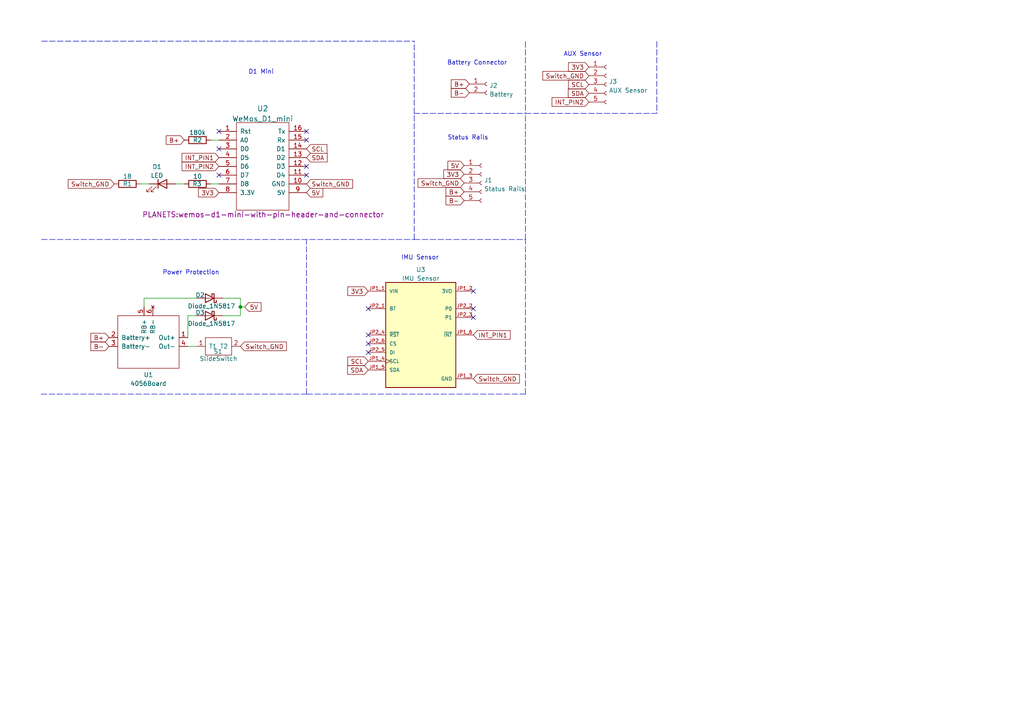
<source format=kicad_sch>
(kicad_sch (version 20211123) (generator eeschema)
  (paper "A4")
  (title_block (title "IMU-pcb") (date "2023-02-08") (rev "v1.0") (company "NASA x RIT") (comment 2 "email: ach2414@rit.edu") (comment 3 "author: Angela Hudak"))
  (lib_symbols
    (symbol "BNO085:4754" (pin_names (offset 1.016))
      (property "Reference" "U" (at -10.16 16.002 0))
      (property "Value" "4754" (at -10.16 -17.78 0))
      (symbol "4754_0_0"
        (rectangle (start -10.16 -15.24) (end 10.16 15.24) (stroke (width 0.254)) (fill (type background)))
        (pin input line (at -15.24 12.7 0) (length 5.08) (name "VIN") (number "JP1_1"))
        (pin output line (at 15.24 12.7 180) (length 5.08) (name "3VO") (number "JP1_2"))
        (pin power_in line (at 15.24 -12.7 180) (length 5.08) (name "GND") (number "JP1_3"))
        (pin bidirectional clock (at -15.24 -7.62 0) (length 5.08) (name "SCL") (number "JP1_4"))
        (pin bidirectional line (at -15.24 -10.16 0) (length 5.08) (name "SDA") (number "JP1_5"))
        (pin output line (at 15.24 0 180) (length 5.08) (name "~{INT}") (number "JP1_6"))
        (pin input line (at -15.24 7.62 0) (length 5.08) (name "BT") (number "JP2_1"))
        (pin bidirectional line (at 15.24 7.62 180) (length 5.08) (name "P0") (number "JP2_2"))
        (pin bidirectional line (at 15.24 5.08 180) (length 5.08) (name "P1") (number "JP2_3"))
        (pin input line (at -15.24 0 0) (length 5.08) (name "~{RST}") (number "JP2_4"))
        (pin input line (at -15.24 -5.08 0) (length 5.08) (name "DI") (number "JP2_5"))
        (pin input line (at -15.24 -2.54 0) (length 5.08) (name "CS") (number "JP2_6"))
      )
    )
    (symbol "Connector:Conn_01x02_Female" (pin_names (offset 1.016) hide)
      (property "Reference" "J" (at 0 2.54 0))
      (property "Value" "Conn_01x02_Female" (at 0 -5.08 0))
      (symbol "Conn_01x02_Female_1_1"
        (arc (start 0 -2.032) (mid -0.508 -2.54) (end 0 -3.048) (stroke (width 0.1524)))
        (polyline (pts (xy -1.27 -2.54) (xy -0.508 -2.54)) (stroke (width 0.1524)))
        (polyline (pts (xy -1.27 0) (xy -0.508 0)) (stroke (width 0.1524)))
        (arc (start 0 0.508) (mid -0.508 0) (end 0 -0.508) (stroke (width 0.1524)))
        (pin passive line (at -5.08 0 0) (length 3.81) (name "Pin_1") (number "1"))
        (pin passive line (at -5.08 -2.54 0) (length 3.81) (name "Pin_2") (number "2"))
      )
    )
    (symbol "Connector:Conn_01x05_Female" (pin_names (offset 1.016) hide)
      (property "Reference" "J" (at 0 7.62 0))
      (property "Value" "Conn_01x05_Female" (at 0 -7.62 0))
      (symbol "Conn_01x05_Female_1_1"
        (arc (start 0 -4.572) (mid -0.508 -5.08) (end 0 -5.588) (stroke (width 0.1524)))
        (arc (start 0 -2.032) (mid -0.508 -2.54) (end 0 -3.048) (stroke (width 0.1524)))
        (polyline (pts (xy -1.27 -5.08) (xy -0.508 -5.08)) (stroke (width 0.1524)))
        (polyline (pts (xy -1.27 -2.54) (xy -0.508 -2.54)) (stroke (width 0.1524)))
        (polyline (pts (xy -1.27 0) (xy -0.508 0)) (stroke (width 0.1524)))
        (polyline (pts (xy -1.27 2.54) (xy -0.508 2.54)) (stroke (width 0.1524)))
        (polyline (pts (xy -1.27 5.08) (xy -0.508 5.08)) (stroke (width 0.1524)))
        (arc (start 0 0.508) (mid -0.508 0) (end 0 -0.508) (stroke (width 0.1524)))
        (arc (start 0 3.048) (mid -0.508 2.54) (end 0 2.032) (stroke (width 0.1524)))
        (arc (start 0 5.588) (mid -0.508 5.08) (end 0 4.572) (stroke (width 0.1524)))
        (pin passive line (at -5.08 5.08 0) (length 3.81) (name "Pin_1") (number "1"))
        (pin passive line (at -5.08 2.54 0) (length 3.81) (name "Pin_2") (number "2"))
        (pin passive line (at -5.08 0 0) (length 3.81) (name "Pin_3") (number "3"))
        (pin passive line (at -5.08 -2.54 0) (length 3.81) (name "Pin_4") (number "4"))
        (pin passive line (at -5.08 -5.08 0) (length 3.81) (name "Pin_5") (number "5"))
      )
    )
    (symbol "Device:LED" (pin_numbers hide) (pin_names (offset 1.016) hide)
      (property "Reference" "D" (at 0 2.54 0))
      (property "Value" "LED" (at 0 -2.54 0))
      (symbol "LED_0_1"
        (polyline (pts (xy -1.27 -1.27) (xy -1.27 1.27)) (stroke (width 0.254)))
        (polyline (pts (xy -1.27 0) (xy 1.27 0)))
        (polyline (pts (xy 1.27 -1.27) (xy 1.27 1.27) (xy -1.27 0) (xy 1.27 -1.27)) (stroke (width 0.254)))
        (polyline (pts (xy -3.048 -0.762) (xy -4.572 -2.286) (xy -3.81 -2.286) (xy -4.572 -2.286) (xy -4.572 -1.524)))
        (polyline (pts (xy -1.778 -0.762) (xy -3.302 -2.286) (xy -2.54 -2.286) (xy -3.302 -2.286) (xy -3.302 -1.524)))
      )
      (symbol "LED_1_1"
        (pin passive line (at -3.81 0 0) (length 2.54) (name "K") (number "1"))
        (pin passive line (at 3.81 0 180) (length 2.54) (name "A") (number "2"))
      )
    )
    (symbol "Device:R" (pin_numbers hide) (pin_names (offset 0))
      (property "Reference" "R" (at 2.032 0 90))
      (property "Value" "R" (at 0 0 90))
      (symbol "R_0_1"
        (rectangle (start -1.016 -2.54) (end 1.016 2.54) (stroke (width 0.254)))
      )
      (symbol "R_1_1"
        (pin passive line (at 0 3.81 270) (length 1.27) (name "~") (number "1"))
        (pin passive line (at 0 -3.81 90) (length 1.27) (name "~") (number "2"))
      )
    )
    (symbol "SlimeVRLibrary:4056Board" (pin_names (offset 1.016))
      (property "Reference" "U" (at -7.62 8.89 0))
      (property "Value" "4056Board" (at 3.81 -8.89 0))
      (symbol "4056Board_0_1"
        (rectangle (start -6.35 3.81) (end -6.35 3.81))
        (polyline (pts (xy -8.89 7.62) (xy 8.89 7.62) (xy 8.89 -7.62) (xy -8.89 -7.62) (xy -8.89 7.62)))
      )
      (symbol "4056Board_1_1"
        (pin output line (at 11.43 1.27 180) (length 2.54) (name "Out+") (number "1"))
        (pin input line (at -11.43 1.27 0) (length 2.54) (name "Battery+") (number "2"))
        (pin input line (at -11.43 -1.27 0) (length 2.54) (name "Battery-") (number "3"))
        (pin output line (at 11.43 -1.27 180) (length 2.54) (name "Out-") (number "4"))
        (pin output line (at -1.27 10.16 270) (length 2.54) (name "RB+") (number "5"))
        (pin no_connect line (at 1.27 10.16 270) (length 2.54) (name "RB-") (number "6"))
      )
    )
    (symbol "SlimeVRLibrary:SlideSwitch" (pin_names (offset 1.016))
      (property "Reference" "S" (at 0 3.81 0))
      (property "Value" "SlideSwitch" (at 0 -3.81 0))
      (symbol "SlideSwitch_0_1"
        (rectangle (start -3.81 2.54) (end 3.81 -2.54))
      )
      (symbol "SlideSwitch_1_1"
        (pin input line (at 6.35 0 180) (length 2.54) (name "T1") (number "1"))
        (pin output line (at -6.35 0 0) (length 2.54) (name "T2") (number "2"))
      )
    )
    (symbol "SlimeVRMotherBoard-cache:Diode_1N5817" (pin_numbers hide) (pin_names (offset 1.016) hide)
      (property "Reference" "D" (at 0 2.54 0))
      (property "Value" "Diode_1N5817" (at 0 -2.54 0))
      (symbol "Diode_1N5817_0_1"
        (polyline (pts (xy 1.27 0) (xy -1.27 0)))
        (polyline (pts (xy 1.27 1.27) (xy 1.27 -1.27) (xy -1.27 0) (xy 1.27 1.27)) (stroke (width 0.254)))
        (polyline (pts (xy -1.905 0.635) (xy -1.905 1.27) (xy -1.27 1.27) (xy -1.27 -1.27) (xy -0.635 -1.27) (xy -0.635 -0.635)) (stroke (width 0.254)))
      )
      (symbol "Diode_1N5817_1_1"
        (pin passive line (at -3.81 0 0) (length 2.54) (name "K") (number "1"))
        (pin passive line (at 3.81 0 180) (length 2.54) (name "A") (number "2"))
      )
    )
    (symbol "wemos_mini:WeMos_D1_mini" (pin_names (offset 1.016))
      (property "Reference" "U" (at 0 12.7 0))
      (property "Value" "WeMos_D1_mini" (at 0 -12.7 0))
      (property "Datasheet" "http://www.wemos.cc/Products/d1_mini.html" (at 13.97 -17.78 0))
      (symbol "WeMos_D1_mini_0_1"
        (rectangle (start -7.62 11.43) (end 7.62 -13.97))
      )
      (symbol "WeMos_D1_mini_1_1"
        (pin bidirectional line (at -12.7 8.89 0) (length 5.08) (name "Rst") (number "1"))
        (pin power_in line (at 12.7 -6.35 180) (length 5.08) (name "GND") (number "10"))
        (pin bidirectional line (at 12.7 -3.81 180) (length 5.08) (name "D4") (number "11"))
        (pin bidirectional line (at 12.7 -1.27 180) (length 5.08) (name "D3") (number "12"))
        (pin bidirectional line (at 12.7 1.27 180) (length 5.08) (name "D2") (number "13"))
        (pin bidirectional line (at 12.7 3.81 180) (length 5.08) (name "D1") (number "14"))
        (pin bidirectional line (at 12.7 6.35 180) (length 5.08) (name "Rx") (number "15"))
        (pin bidirectional line (at 12.7 8.89 180) (length 5.08) (name "Tx") (number "16"))
        (pin bidirectional line (at -12.7 6.35 0) (length 5.08) (name "A0") (number "2"))
        (pin bidirectional line (at -12.7 3.81 0) (length 5.08) (name "D0") (number "3"))
        (pin bidirectional line (at -12.7 1.27 0) (length 5.08) (name "D5") (number "4"))
        (pin bidirectional line (at -12.7 -1.27 0) (length 5.08) (name "D6") (number "5"))
        (pin bidirectional line (at -12.7 -3.81 0) (length 5.08) (name "D7") (number "6"))
        (pin bidirectional line (at -12.7 -6.35 0) (length 5.08) (name "D8") (number "7"))
        (pin power_out line (at -12.7 -8.89 0) (length 5.08) (name "3.3V") (number "8"))
        (pin power_in line (at 12.7 -8.89 180) (length 5.08) (name "5V") (number "9"))
      )
    )
  )
  (junction (at 69.723 89.027))
  (no_connect (at 106.807 102.235))
  (no_connect (at 63.5 50.8))
  (no_connect (at 137.287 92.075))
  (no_connect (at 106.807 99.695))
  (no_connect (at 63.5 43.18))
  (no_connect (at 63.5 38.1))
  (no_connect (at 137.287 84.455))
  (no_connect (at 88.9 50.8))
  (no_connect (at 106.807 89.535))
  (no_connect (at 137.287 89.535))
  (no_connect (at 106.807 97.155))
  (no_connect (at 88.9 40.64))
  (no_connect (at 88.9 38.1))
  (no_connect (at 88.9 48.26))
  (polyline (pts (xy 152.4 114.3) (xy 152.4 69.469)))
  (polyline (pts (xy 190.5 12.065) (xy 190.5 32.893)))
  (wire (pts (xy 69.723 86.487) (xy 69.723 89.027)))
  (polyline (pts (xy 120.142 69.469) (xy 120.142 11.938)))
  (polyline (pts (xy 89.027 114.3) (xy 152.4 114.3)))
  (wire (pts (xy 41.783 86.487) (xy 57.023 86.487)))
  (wire (pts (xy 54.483 100.457) (xy 57.023 100.457)))
  (wire (pts (xy 50.927 53.34) (xy 53.467 53.34)))
  (wire (pts (xy 54.483 97.917) (xy 54.483 91.567)))
  (wire (pts (xy 69.723 89.027) (xy 70.993 89.027)))
  (wire (pts (xy 61.087 53.34) (xy 63.5 53.34)))
  (polyline (pts (xy 152.4 12.065) (xy 152.4 32.893)))
  (polyline (pts (xy 12.065 11.938) (xy 120.142 11.938)))
  (polyline (pts (xy 12.065 69.469) (xy 120.142 69.469)))
  (polyline (pts (xy 152.4 32.893) (xy 190.5 32.893)))
  (wire (pts (xy 40.767 53.34) (xy 43.307 53.34)))
  (polyline (pts (xy 11.938 114.3) (xy 88.9 114.3)))
  (wire (pts (xy 61.087 40.64) (xy 63.5 40.64)))
  (wire (pts (xy 69.723 89.027) (xy 69.723 91.567)))
  (polyline (pts (xy 120.142 32.893) (xy 152.4 32.893)))
  (wire (pts (xy 41.783 89.027) (xy 41.783 86.487)))
  (polyline (pts (xy 120.142 69.469) (xy 152.4 69.469)))
  (wire (pts (xy 64.643 86.487) (xy 69.723 86.487)))
  (polyline (pts (xy 88.9 114.3) (xy 88.9 69.469)))
  (wire (pts (xy 54.483 91.567) (xy 57.023 91.567)))
  (polyline (pts (xy 152.4 69.469) (xy 152.4 32.893)))
  (wire (pts (xy 64.643 91.567) (xy 69.723 91.567)))
  (text "Status Rails" (at 129.794 40.767 0) (effects (font (size 1.27 1.27)) (justify left bottom)))
  (text "IMU Sensor" (at 116.332 75.565 0) (effects (font (size 1.27 1.27)) (justify left bottom)))
  (text "Battery Connector" (at 129.667 19.05 0) (effects (font (size 1.27 1.27)) (justify left bottom)))
  (text "Power Protection" (at 47.117 79.883 0) (effects (font (size 1.27 1.27)) (justify left bottom)))
  (text "D1 Mini" (at 72.009 21.717 0) (effects (font (size 1.27 1.27)) (justify left bottom)))
  (text "AUX Sensor" (at 163.449 16.51 0) (effects (font (size 1.27 1.27)) (justify left bottom)))
  (global_label "SDA" (shape input) (at 88.9 45.72 0) (property "Intersheet References" "${INTERSHEET_REFS}" (effects hide)))
  (global_label "Switch_GND" (shape input) (at 170.815 21.971 180) (property "Intersheet References" "${INTERSHEET_REFS}" (effects hide)))
  (global_label "INT_PIN1" (shape input) (at 63.5 45.72 180) (property "Intersheet References" "${INTERSHEET_REFS}" (effects hide)))
  (global_label "B+" (shape input) (at 136.144 24.384 180) (property "Intersheet References" "${INTERSHEET_REFS}" (effects hide)))
  (global_label "3V3" (shape input) (at 63.5 55.88 180) (property "Intersheet References" "${INTERSHEET_REFS}" (effects hide)))
  (global_label "INT_PIN1" (shape input) (at 137.287 97.155 0) (property "Intersheet References" "${INTERSHEET_REFS}" (effects hide)))
  (global_label "SCL" (shape input) (at 88.9 43.18 0) (property "Intersheet References" "${INTERSHEET_REFS}" (effects hide)))
  (global_label "Switch_GND" (shape input) (at 33.147 53.34 180) (property "Intersheet References" "${INTERSHEET_REFS}" (effects hide)))
  (global_label "B-" (shape input) (at 134.62 58.166 180) (property "Intersheet References" "${INTERSHEET_REFS}" (effects hide)))
  (global_label "SDA" (shape input) (at 170.815 27.051 180) (property "Intersheet References" "${INTERSHEET_REFS}" (effects hide)))
  (global_label "3V3" (shape input) (at 170.815 19.431 180) (property "Intersheet References" "${INTERSHEET_REFS}" (effects hide)))
  (global_label "5V" (shape input) (at 134.62 48.006 180) (property "Intersheet References" "${INTERSHEET_REFS}" (effects hide)))
  (global_label "3V3" (shape input) (at 134.62 50.546 180) (property "Intersheet References" "${INTERSHEET_REFS}" (effects hide)))
  (global_label "SDA" (shape input) (at 106.807 107.315 180) (property "Intersheet References" "${INTERSHEET_REFS}" (effects hide)))
  (global_label "INT_PIN2" (shape input) (at 63.5 48.26 180) (property "Intersheet References" "${INTERSHEET_REFS}" (effects hide)))
  (global_label "Switch_GND" (shape input) (at 137.287 109.855 0) (property "Intersheet References" "${INTERSHEET_REFS}" (effects hide)))
  (global_label "SCL" (shape input) (at 170.815 24.511 180) (property "Intersheet References" "${INTERSHEET_REFS}" (effects hide)))
  (global_label "Switch_GND" (shape input) (at 134.62 53.086 180) (property "Intersheet References" "${INTERSHEET_REFS}" (effects hide)))
  (global_label "5V" (shape input) (at 88.9 55.88 0) (property "Intersheet References" "${INTERSHEET_REFS}" (effects hide)))
  (global_label "5V" (shape input) (at 70.993 89.027 0) (property "Intersheet References" "${INTERSHEET_REFS}" (effects hide)))
  (global_label "3V3" (shape input) (at 106.807 84.455 180) (property "Intersheet References" "${INTERSHEET_REFS}" (effects hide)))
  (global_label "Switch_GND" (shape input) (at 69.723 100.457 0) (property "Intersheet References" "${INTERSHEET_REFS}" (effects hide)))
  (global_label "Switch_GND" (shape input) (at 88.9 53.34 0) (property "Intersheet References" "${INTERSHEET_REFS}" (effects hide)))
  (global_label "INT_PIN2" (shape input) (at 170.815 29.591 180) (property "Intersheet References" "${INTERSHEET_REFS}" (effects hide)))
  (global_label "SCL" (shape input) (at 106.807 104.775 180) (property "Intersheet References" "${INTERSHEET_REFS}" (effects hide)))
  (global_label "B+" (shape input) (at 134.62 55.626 180) (property "Intersheet References" "${INTERSHEET_REFS}" (effects hide)))
  (global_label "B+" (shape input) (at 53.467 40.64 180) (property "Intersheet References" "${INTERSHEET_REFS}" (effects hide)))
  (global_label "B+" (shape input) (at 31.623 97.917 180) (property "Intersheet References" "${INTERSHEET_REFS}" (effects hide)))
  (global_label "B-" (shape input) (at 31.623 100.457 180) (property "Intersheet References" "${INTERSHEET_REFS}" (effects hide)))
  (global_label "B-" (shape input) (at 136.144 26.924 180) (property "Intersheet References" "${INTERSHEET_REFS}" (effects hide)))
  (symbol (lib_id "Connector:Conn_01x05_Female") (at 139.7 53.086 0) (unit 1)
    (property "Reference" "J1" (at 140.4112 52.2513 0) (effects (justify left)))
    (property "Value" "Status Rails" (at 140.4112 54.7882 0) (effects (justify left)))
    (property "Footprint" "PLANETS:fivePinConn" (effects hide))
  )
  (symbol (lib_id "Connector:Conn_01x02_Female") (at 141.224 24.384 0) (unit 1)
    (property "Reference" "J2" (at 141.9352 24.8193 0) (effects (justify left)))
    (property "Value" "Battery" (at 141.9352 27.3562 0) (effects (justify left)))
    (property "Footprint" "PLANETS:JST_PH_S2B-PH-K_02x2.00mm_Angled" (effects hide))
  )
  (symbol (lib_id "SlimeVRLibrary:4056Board") (at 43.053 99.187 0) (unit 1)
    (property "Reference" "U1" (at 43.053 108.7104 0))
    (property "Value" "4056Board" (at 43.053 111.2473 0))
    (property "Footprint" "PLANETS:4056Board" (effects hide))
  )
  (symbol (lib_id "wemos_mini:WeMos_D1_mini") (at 76.2 46.99 0) (unit 1)
    (property "Reference" "U2" (at 76.2 31.4759 0) (effects (font (size 1.524 1.524))))
    (property "Value" "WeMos_D1_mini" (at 76.2 34.4693 0) (effects (font (size 1.524 1.524))))
    (property "Footprint" "PLANETS:wemos-d1-mini-with-pin-header-and-connector" (at 76.327 62.23 0) (effects (font (size 1.524 1.524))))
  )
  (symbol (lib_id "Device:R") (at 36.957 53.34 90) (unit 1)
    (property "Reference" "R1" (at 36.957 53.34 90))
    (property "Value" "18" (at 36.957 51.1611 90))
    (property "Footprint" "PLANETS:18Ω" (effects hide))
  )
  (symbol (lib_id "Connector:Conn_01x05_Female") (at 175.895 24.511 0) (unit 1)
    (property "Reference" "J3" (at 176.6062 23.6763 0) (effects (justify left)))
    (property "Value" "AUX Sensor" (at 176.6062 26.2132 0) (effects (justify left)))
    (property "Footprint" "PLANETS:JST_XH_S05B-XH-A_05x2.50mm_Angled" (effects hide))
  )
  (symbol (lib_id "SlimeVRMotherBoard-cache:Diode_1N5817") (at 60.833 91.567 180) (unit 1)
    (property "Reference" "D3" (at 58.039 90.678 0))
    (property "Value" "Diode_1N5817" (at 61.341 93.853 0))
    (property "Footprint" "PLANETS:D_DO-41_SOD81_P10.16mm_Horizontal" (effects hide))
  )
  (symbol (lib_id "SlimeVRLibrary:SlideSwitch") (at 63.373 100.457 180) (unit 1)
    (property "Reference" "S1" (at 63.246 101.981 0))
    (property "Value" "SlideSwitch" (at 63.373 104.0329 0))
    (property "Footprint" "PLANETS:Wowoone_Slide_Switch_5mm" (effects hide))
  )
  (symbol (lib_id "Device:LED") (at 47.117 53.34 0) (unit 1)
    (property "Reference" "D1" (at 45.5295 48.3702 0))
    (property "Value" "LED" (at 45.5295 50.9071 0))
    (property "Footprint" "LED_THT:LED_D5.0mm" (effects hide))
  )
  (symbol (lib_id "Device:R") (at 57.277 40.64 90) (unit 1)
    (property "Reference" "R2" (at 57.277 40.64 90))
    (property "Value" "180k" (at 57.277 38.4611 90))
    (property "Footprint" "PLANETS:180KΩ" (effects hide))
    (property "Spice_Primitive" "R" (effects hide))
    (property "Spice_Model" "180k" (effects hide))
    (property "Spice_Netlist_Enabled" "Y" (effects hide))
  )
  (symbol (lib_id "Device:R") (at 57.277 53.34 90) (unit 1)
    (property "Reference" "R3" (at 57.15 53.34 90))
    (property "Value" "10" (at 57.277 51.1611 90))
    (property "Footprint" "PLANETS:10Ω" (effects hide))
  )
  (symbol (lib_id "SlimeVRMotherBoard-cache:Diode_1N5817") (at 60.833 86.487 180) (unit 1)
    (property "Reference" "D2" (at 58.039 85.598 0))
    (property "Value" "Diode_1N5817" (at 61.341 88.773 0))
    (property "Footprint" "PLANETS:D_DO-41_SOD81_P10.16mm_Horizontal" (effects hide))
  )
  (symbol (lib_id "BNO085:4754") (at 122.047 97.155 0) (unit 1)
    (property "Reference" "U3" (at 122.047 78.2152 0))
    (property "Value" "IMU Sensor" (at 122.047 80.7521 0))
    (property "Footprint" "PLANETS:BNO085" (effects hide))
    (property "SNAPEDA_PN" "4754" (effects hide))
    (property "PARTREV" "2021-03-16" (effects hide))
    (property "MAXIMUM_PACKAGE_HEIGHT" "4.6mm" (effects hide))
    (property "STANDARD" "Manufacturer Recommendations" (effects hide))
    (property "MANUFACTURER" "Adafruit" (effects hide))
  )
)
</source>
